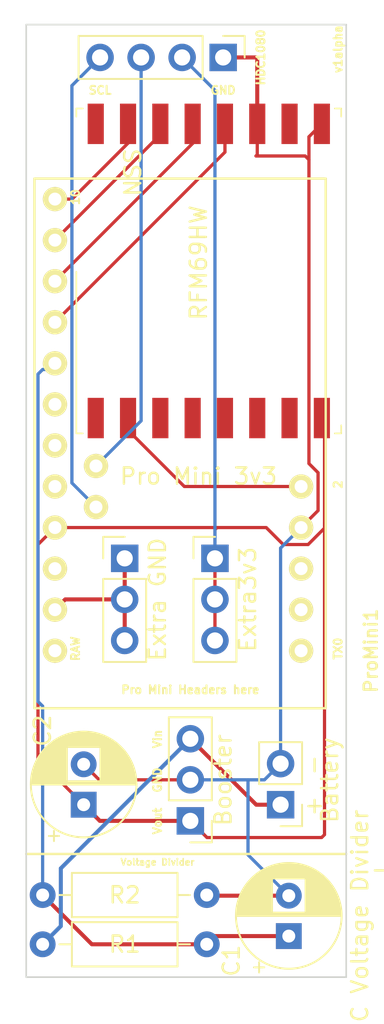
<source format=kicad_pcb>
(kicad_pcb (version 20211014) (generator pcbnew)
  (title_block (date "sam. 04 avril 2015"))
  (layers (0 "F.Cu" signal) (31 "B.Cu" signal) (34 "B.Paste" user) (35 "F.Paste" user) (36 "B.SilkS" user "B.Silkscreen") (37 "F.SilkS" user "F.Silkscreen") (38 "B.Mask" user) (39 "F.Mask" user) (44 "Edge.Cuts" user))
  (net 0 "")
  (net 1 "Net-(C2-Pad1)")
  (net 2 "GND")
  (net 3 "Net-(C1-Pad1)")
  (net 4 "+3V3")
  (net 20 "Net-(ProMini1-PadDI00)")
  (net 22 "Net-(ProMini1-PadMISO)")
  (net 23 "Net-(ProMini1-PadMOSI)")
  (net 24 "Net-(ProMini1-PadNSS)")
  (net 25 "Net-(ProMini1-PadSCK)")
  (net 26 "Net-(HDC1080-Pad3)")
  (net 27 "Net-(HDC1080-Pad4)")
  (net 28 "Net-(ExtraGND1-Pad1)")
  (footprint "RF_Module:HOPERF_RFM69HW" (layer "F.Cu") (at 104.775 66.04 90)
    (fp_text reference "RFM69HW1" hide)
    (fp_text value "RFM69HW")
    (fp_line (start -10.05 -8.2) (end -0.05 -8.2) (layer "F.SilkS") (width 0.1))
    (fp_line (start 10.05 -8.2) (end 10.05 -7.8) (layer "F.SilkS") (width 0.1))
    (fp_line (start -10.05 8.2) (end -9.55 8.2) (layer "F.SilkS") (width 0.1))
    (fp_line (start -10.05 7.8) (end -10.05 8.2) (layer "F.SilkS") (width 0.1))
    (fp_line (start 9.55 -8.2) (end 10.05 -8.2) (layer "F.SilkS") (width 0.1))
    (fp_line (start 9.55 8.2) (end 10.05 8.2) (layer "F.SilkS") (width 0.1))
    (fp_line (start 10.05 7.8) (end 10.05 8.2) (layer "F.SilkS") (width 0.1))
    (fp_line (start -10.05 -8.2) (end -10.05 -7.8) (layer "F.SilkS") (width 0.1))
    (pad "1" smd rect (at -9.1 -7 90) (size 2.5 1) (layers "F.Cu" "F.Paste" "F.Mask"))
    (pad "2" smd rect (at -9.1 -5 90) (size 2.5 1) (layers "F.Cu" "F.Paste" "F.Mask") (net 20 "Net-(ProMini1-PadDI00)"))
    (pad "3" smd rect (at -9.1 -3 90) (size 2.5 1) (layers "F.Cu" "F.Paste" "F.Mask"))
    (pad "4" smd rect (at -9.1 -1 90) (size 2.5 1) (layers "F.Cu" "F.Paste" "F.Mask"))
    (pad "5" smd rect (at -9.1 1 90) (size 2.5 1) (layers "F.Cu" "F.Paste" "F.Mask"))
    (pad "6" smd rect (at -9.1 3 90) (size 2.5 1) (layers "F.Cu" "F.Paste" "F.Mask"))
    (pad "7" smd rect (at -9.1 5 90) (size 2.5 1) (layers "F.Cu" "F.Paste" "F.Mask"))
    (pad "8" smd rect (at -9.1 7 90) (size 2.5 1) (layers "F.Cu" "F.Paste" "F.Mask") (net 1 "Net-(C2-Pad1)"))
    (pad "9" smd rect (at 9.1 7 90) (size 2.5 1) (layers "F.Cu" "F.Paste" "F.Mask") (net 2 "GND"))
    (pad "10" smd rect (at 9.1 5 90) (size 2.5 1) (layers "F.Cu" "F.Paste" "F.Mask"))
    (pad "11" smd rect (at 9.1 3 90) (size 2.5 1) (layers "F.Cu" "F.Paste" "F.Mask") (net 2 "GND"))
    (pad "12" smd rect (at 9.1 1 90) (size 2.5 1) (layers "F.Cu" "F.Paste" "F.Mask") (net 25 "Net-(ProMini1-PadSCK)"))
    (pad "13" smd rect (at 9.1 -1 90) (size 2.5 1) (layers "F.Cu" "F.Paste" "F.Mask") (net 22 "Net-(ProMini1-PadMISO)"))
    (pad "14" smd rect (at 9.1 -3 90) (size 2.5 1) (layers "F.Cu" "F.Paste" "F.Mask") (net 23 "Net-(ProMini1-PadMOSI)"))
    (pad "15" smd rect (at 9.1 -5 90) (size 2.5 1) (layers "F.Cu" "F.Paste" "F.Mask") (net 24 "Net-(ProMini1-PadNSS)"))
    (pad "16" smd rect (at 9.1 -7 90) (size 2.5 1) (layers "F.Cu" "F.Paste" "F.Mask"))
  )
  (footprint "Capacitor_THT:CP_Radial_D6.3mm_P2.50mm" (layer "F.Cu") (at 97.028 99.06 90)
    (fp_text reference "C2" (at 4.572 -2.54 90) (layer "F.SilkS"))
    (fp_text value "C Booster")
    (fp_text user "${REFERENCE}" (at 4.573754 -2.553832 90) (layer "F.SilkS"))
    (fp_line (start 2.011 1.04) (end 2.011 3.141) (layer "F.SilkS") (width 0.12))
    (fp_line (start 1.49 1.04) (end 1.49 3.222) (layer "F.SilkS") (width 0.12))
    (fp_line (start 3.131 -2.636) (end 3.131 -1.04) (layer "F.SilkS") (width 0.12))
    (fp_line (start 3.211 1.04) (end 3.211 2.578) (layer "F.SilkS") (width 0.12))
    (fp_line (start 3.971 -1.776) (end 3.971 1.776) (layer "F.SilkS") (width 0.12))
    (fp_line (start 3.091 1.04) (end 3.091 2.664) (layer "F.SilkS") (width 0.12))
    (fp_line (start 1.77 -3.189) (end 1.77 -1.04) (layer "F.SilkS") (width 0.12))
    (fp_line (start 2.531 1.04) (end 2.531 2.97) (layer "F.SilkS") (width 0.12))
    (fp_line (start 2.611 1.04) (end 2.611 2.934) (layer "F.SilkS") (width 0.12))
    (fp_line (start 2.811 1.04) (end 2.811 2.834) (layer "F.SilkS") (width 0.12))
    (fp_line (start 1.61 -3.211) (end 1.61 -1.04) (layer "F.SilkS") (width 0.12))
    (fp_line (start 3.291 -2.516) (end 3.291 -1.04) (layer "F.SilkS") (width 0.12))
    (fp_line (start 2.651 -2.916) (end 2.651 -1.04) (layer "F.SilkS") (width 0.12))
    (fp_line (start 4.491 -0.402) (end 4.491 0.402) (layer "F.SilkS") (width 0.12))
    (fp_line (start 4.091 -1.581) (end 4.091 1.581) (layer "F.SilkS") (width 0.12))
    (fp_line (start -2.250241 -1.839) (end -1.620241 -1.839) (layer "F.SilkS") (width 0.12))
    (fp_line (start 2.451 -3.002) (end 2.451 -1.04) (layer "F.SilkS") (width 0.12))
    (fp_line (start 3.691 -2.137) (end 3.691 2.137) (layer "F.SilkS") (width 0.12))
    (fp_line (start 2.571 1.04) (end 2.571 2.952) (layer "F.SilkS") (width 0.12))
    (fp_line (start 4.171 -1.432) (end 4.171 1.432) (layer "F.SilkS") (width 0.12))
    (fp_line (start 3.371 1.04) (end 3.371 2.45) (layer "F.SilkS") (width 0.12))
    (fp_line (start 3.051 1.04) (end 3.051 2.69) (layer "F.SilkS") (width 0.12))
    (fp_line (start 3.451 1.04) (end 3.451 2.38) (layer "F.SilkS") (width 0.12))
    (fp_line (start 3.011 -2.716) (end 3.011 -1.04) (layer "F.SilkS") (width 0.12))
    (fp_line (start 1.971 1.04) (end 1.971 3.15) (layer "F.SilkS") (width 0.12))
    (fp_line (start 2.331 -3.047) (end 2.331 -1.04) (layer "F.SilkS") (width 0.12))
    (fp_line (start 1.81 1.04) (end 1.81 3.182) (layer "F.SilkS") (width 0.12))
    (fp_line (start 2.851 -2.812) (end 2.851 -1.04) (layer "F.SilkS") (width 0.12))
    (fp_line (start 4.131 -1.509) (end 4.131 1.509) (layer "F.SilkS") (width 0.12))
    (fp_line (start 1.61 1.04) (end 1.61 3.211) (layer "F.SilkS") (width 0.12))
    (fp_line (start 2.211 -3.086) (end 2.211 -1.04) (layer "F.SilkS") (width 0.12))
    (fp_line (start 2.931 -2.766) (end 2.931 -1.04) (layer "F.SilkS") (width 0.12))
    (fp_line (start 3.051 -2.69) (end 3.051 -1.04) (layer "F.SilkS") (width 0.12))
    (fp_line (start 1.69 1.04) (end 1.69 3.201) (layer "F.SilkS") (width 0.12))
    (fp_line (start 2.091 -3.121) (end 2.091 -1.04) (layer "F.SilkS") (width 0.12))
    (fp_line (start 2.171 1.04) (end 2.171 3.098) (layer "F.SilkS") (width 0.12))
    (fp_line (start 2.131 -3.11) (end 2.131 -1.04) (layer "F.SilkS") (width 0.12))
    (fp_line (start 3.131 1.04) (end 3.131 2.636) (layer "F.SilkS") (width 0.12))
    (fp_line (start 4.211 -1.35) (end 4.211 1.35) (layer "F.SilkS") (width 0.12))
    (fp_line (start 2.131 1.04) (end 2.131 3.11) (layer "F.SilkS") (width 0.12))
    (fp_line (start 4.291 -1.165) (end 4.291 1.165) (layer "F.SilkS") (width 0.12))
    (fp_line (start 2.211 1.04) (end 2.211 3.086) (layer "F.SilkS") (width 0.12))
    (fp_line (start 2.371 1.04) (end 2.371 3.033) (layer "F.SilkS") (width 0.12))
    (fp_line (start 2.811 -2.834) (end 2.811 -1.04) (layer "F.SilkS") (width 0.12))
    (fp_line (start 1.89 -3.167) (end 1.89 -1.04) (layer "F.SilkS") (width 0.12))
    (fp_line (start -1.935241 -2.154) (end -1.935241 -1.524) (layer "F.SilkS") (width 0.12))
    (fp_line (start 2.251 1.04) (end 2.251 3.074) (layer "F.SilkS") (width 0.12))
    (fp_line (start 1.65 -3.206) (end 1.65 -1.04) (layer "F.SilkS") (width 0.12))
    (fp_line (start 3.771 -2.044) (end 3.771 2.044) (layer "F.SilkS") (width 0.12))
    (fp_line (start 3.211 -2.578) (end 3.211 -1.04) (layer "F.SilkS") (width 0.12))
    (fp_line (start 3.011 1.04) (end 3.011 2.716) (layer "F.SilkS") (width 0.12))
    (fp_line (start 1.57 -3.215) (end 1.57 -1.04) (layer "F.SilkS") (width 0.12))
    (fp_line (start 3.931 -1.834) (end 3.931 1.834) (layer "F.SilkS") (width 0.12))
    (fp_line (start 4.051 -1.65) (end 4.051 1.65) (layer "F.SilkS") (width 0.12))
    (fp_line (start 2.051 1.04) (end 2.051 3.131) (layer "F.SilkS") (width 0.12))
    (fp_line (start 2.291 1.04) (end 2.291 3.061) (layer "F.SilkS") (width 0.12))
    (fp_line (start 3.091 -2.664) (end 3.091 -1.04) (layer "F.SilkS") (width 0.12))
    (fp_line (start 3.411 1.04) (end 3.411 2.416) (layer "F.SilkS") (width 0.12))
    (fp_line (start 1.45 -3.224) (end 1.45 3.224) (layer "F.SilkS") (width 0.12))
    (fp_line (start 1.53 -3.218) (end 1.53 -1.04) (layer "F.SilkS") (width 0.12))
    (fp_line (start 3.531 1.04) (end 3.531 2.305) (layer "F.SilkS") (width 0.12))
    (fp_line (start 3.331 1.04) (end 3.331 2.484) (layer "F.SilkS") (width 0.12))
    (fp_line (start 2.531 -2.97) (end 2.531 -1.04) (layer "F.SilkS") (width 0.12))
    (fp_line (start 2.491 1.04) (end 2.491 2.986) (layer "F.SilkS") (width 0.12))
    (fp_line (start 2.091 1.04) (end 2.091 3.121) (layer "F.SilkS") (width 0.12))
    (fp_line (start 2.851 1.04) (end 2.851 2.812) (layer "F.SilkS") (width 0.12))
    (fp_line (start 1.53 1.04) (end 1.53 3.218) (layer "F.SilkS") (width 0.12))
    (fp_line (start 3.411 -2.416) (end 3.411 -1.04) (layer "F.SilkS") (width 0.12))
    (fp_line (start 3.491 -2.343) (end 3.491 -1.04) (layer "F.SilkS") (width 0.12))
    (fp_line (start 3.651 -2.182) (end 3.651 2.182) (layer "F.SilkS") (width 0.12))
    (fp_line (start 1.65 1.04) (end 1.65 3.206) (layer "F.SilkS") (width 0.12))
    (fp_line (start 2.731 1.04) (end 2.731 2.876) (layer "F.SilkS") (width 0.12))
    (fp_line (start 1.85 -3.175) (end 1.85 -1.04) (layer "F.SilkS") (width 0.12))
    (fp_line (start 4.251 -1.262) (end 4.251 1.262) (layer "F.SilkS") (width 0.12))
    (fp_line (start 2.051 -3.131) (end 2.051 -1.04) (layer "F.SilkS") (width 0.12))
    (fp_line (start 1.89 1.04) (end 1.89 3.167) (layer "F.SilkS") (width 0.12))
    (fp_line (start 2.971 -2.742) (end 2.971 -1.04) (layer "F.SilkS") (width 0.12))
    (fp_line (start 3.371 -2.45) (end 3.371 -1.04) (layer "F.SilkS") (width 0.12))
    (fp_line (start 1.33 -3.23) (end 1.33 3.23) (layer "F.SilkS") (width 0.12))
    (fp_line (start 2.171 -3.098) (end 2.171 -1.04) (layer "F.SilkS") (width 0.12))
    (fp_line (start 1.29 -3.23) (end 1.29 3.23) (layer "F.SilkS") (width 0.12))
    (fp_line (start 3.171 1.04) (end 3.171 2.607) (layer "F.SilkS") (width 0.12))
    (fp_line (start 1.73 -3.195) (end 1.73 -1.04) (layer "F.SilkS") (width 0.12))
    (fp_line (start 3.611 -2.224) (end 3.611 2.224) (layer "F.SilkS") (width 0.12))
    (fp_line (start 1.971 -3.15) (end 1.971 -1.04) (layer "F.SilkS") (width 0.12))
    (fp_line (start 3.291 1.04) (end 3.291 2.516) (layer "F.SilkS") (width 0.12))
    (fp_line (start 3.891 -1.89) (end 3.891 1.89) (layer "F.SilkS") (width 0.12))
    (fp_line (start 2.411 -3.018) (end 2.411 -1.04) (layer "F.SilkS") (width 0.12))
    (fp_line (start 1.77 1.04) (end 1.77 3.189) (layer "F.SilkS") (width 0.12))
    (fp_line (start 2.971 1.04) (end 2.971 2.742) (layer "F.SilkS") (width 0.12))
    (fp_line (start 1.69 -3.201) (end 1.69 -1.04) (layer "F.SilkS") (width 0.12))
    (fp_line (start 2.491 -2.986) (end 2.491 -1.04) (layer "F.SilkS") (width 0.12))
    (fp_line (start 1.93 1.04) (end 1.93 3.159) (layer "F.SilkS") (width 0.12))
    (fp_line (start 2.891 -2.79) (end 2.891 -1.04) (layer "F.SilkS") (width 0.12))
    (fp_line (start 3.331 -2.484) (end 3.331 -1.04) (layer "F.SilkS") (width 0.12))
    (fp_line (start 4.451 -0.633) (end 4.451 0.633) (layer "F.SilkS") (width 0.12))
    (fp_line (start 1.81 -3.182) (end 1.81 -1.04) (layer "F.SilkS") (width 0.12))
    (fp_line (start 2.731 -2.876) (end 2.731 -1.04) (layer "F.SilkS") (width 0.12))
    (fp_line (start 1.25 -3.23) (end 1.25 3.23) (layer "F.SilkS") (width 0.12))
    (fp_line (start 3.171 -2.607) (end 3.171 -1.04) (layer "F.SilkS") (width 0.12))
    (fp_line (start 2.691 1.04) (end 2.691 2.896) (layer "F.SilkS") (width 0.12))
    (fp_line (start 2.331 1.04) (end 2.331 3.047) (layer "F.SilkS") (width 0.12))
    (fp_line (start 3.491 1.04) (end 3.491 2.343) (layer "F.SilkS") (width 0.12))
    (fp_line (start 1.93 -3.159) (end 1.93 -1.04) (layer "F.SilkS") (width 0.12))
    (fp_line (start 3.571 -2.265) (end 3.571 2.265) (layer "F.SilkS") (width 0.12))
    (fp_line (start 2.611 -2.934) (end 2.611 -1.04) (layer "F.SilkS") (width 0.12))
    (fp_line (start 3.851 -1.944) (end 3.851 1.944) (layer "F.SilkS") (width 0.12))
    (fp_line (start 1.37 -3.228) (end 1.37 3.228) (layer "F.SilkS") (width 0.12))
    (fp_line (start 2.291 -3.061) (end 2.291 -1.04) (layer "F.SilkS") (width 0.12))
    (fp_line (start 4.331 -1.059) (end 4.331 1.059) (layer "F.SilkS") (width 0.12))
    (fp_line (start 2.771 -2.856) (end 2.771 -1.04) (layer "F.SilkS") (width 0.12))
    (fp_line (start 3.251 -2.548) (end 3.251 -1.04) (layer "F.SilkS") (width 0.12))
    (fp_line (start 1.73 1.04) (end 1.73 3.195) (layer "F.SilkS") (width 0.12))
    (fp_line (start 2.451 1.04) (end 2.451 3.002) (layer "F.SilkS") (width 0.12))
    (fp_line (start 2.411 1.04) (end 2.411 3.018) (layer "F.SilkS") (width 0.12))
    (fp_line (start 3.251 1.04) (end 3.251 2.548) (layer "F.SilkS") (width 0.12))
    (fp_line (start 2.651 1.04) (end 2.651 2.916) (layer "F.SilkS") (width 0.12))
    (fp_line (start 1.85 1.04) (end 1.85 3.175) (layer "F.SilkS") (width 0.12))
    (fp_line (start 3.811 -1.995) (end 3.811 1.995) (layer "F.SilkS") (width 0.12))
    (fp_line (start 2.691 -2.896) (end 2.691 -1.04) (layer "F.SilkS") (width 0.12))
    (fp_line (start 4.011 -1.714) (end 4.011 1.714) (layer "F.SilkS") (width 0.12))
    (fp_line (start 1.49 -3.222) (end 1.49 -1.04) (layer "F.SilkS") (width 0.12))
    (fp_line (start 2.011 -3.141) (end 2.011 -1.04) (layer "F.SilkS") (width 0.12))
    (fp_line (start 4.371 -0.94) (end 4.371 0.94) (layer "F.SilkS") (width 0.12))
    (fp_line (start 2.251 -3.074) (end 2.251 -1.04) (layer "F.SilkS") (width 0.12))
    (fp_line (start 2.771 1.04) (end 2.771 2.856) (layer "F.SilkS") (width 0.12))
    (fp_line (start 3.731 -2.092) (end 3.731 2.092) (layer "F.SilkS") (width 0.12))
    (fp_line (start 3.531 -2.305) (end 3.531 -1.04) (layer "F.SilkS") (width 0.12))
    (fp_line (start 1.41 -3.227) (end 1.41 3.227) (layer "F.SilkS") (width 0.12))
    (fp_line (start 2.371 -3.033) (end 2.371 -1.04) (layer "F.SilkS") (width 0.12))
    (fp_line (start 3.451 -2.38) (end 3.451 -1.04) (layer "F.SilkS") (width 0.12))
    (fp_line (start 1.57 1.04) (end 1.57 3.215) (layer "F.SilkS") (width 0.12))
    (fp_line (start 2.931 1.04) (end 2.931 2.766) (layer "F.SilkS") (width 0.12))
    (fp_line (start 2.571 -2.952) (end 2.571 -1.04) (layer "F.SilkS") (width 0.12))
    (fp_line (start 2.891 1.04) (end 2.891 2.79) (layer "F.SilkS") (width 0.12))
    (fp_line (start 4.411 -0.802) (end 4.411 0.802) (layer "F.SilkS") (width 0.12))
    (fp_circle (center 1.25 0) (end 4.52 0) (layer "F.SilkS") (width 0.12) (fill none))
    (pad "1" thru_hole rect (at 0 0 90) (size 1.6 1.6) (drill 0.8) (layers *.Cu *.Mask) (net 1 "Net-(C2-Pad1)"))
    (pad "2" thru_hole circle (at 2.5 0 90) (size 1.6 1.6) (drill 0.8) (layers *.Cu *.Mask) (net 2 "GND"))
  )
  (footprint "Connector_PinHeader_2.54mm:PinHeader_1x03_P2.54mm_Vertical" (layer "F.Cu") (at 103.632 100.061 180)
    (fp_text reference "Booster1" hide)
    (fp_text value "Booster Pins")
    (fp_line (start -1.33 1.27) (end -1.33 6.41) (layer "F.SilkS") (width 0.12))
    (fp_line (start -1.33 1.27) (end 1.33 1.27) (layer "F.SilkS") (width 0.12))
    (fp_line (start 1.33 1.27) (end 1.33 6.41) (layer "F.SilkS") (width 0.12))
    (fp_line (start -1.33 6.41) (end 1.33 6.41) (layer "F.SilkS") (width 0.12))
    (fp_line (start -1.33 0) (end -1.33 -1.33) (layer "F.SilkS") (width 0.12))
    (fp_line (start -1.33 -1.33) (end 0 -1.33) (layer "F.SilkS") (width 0.12))
    (pad "1" thru_hole rect (at 0 0 180) (size 1.7 1.7) (drill 1) (layers *.Cu *.Mask) (net 1 "Net-(C2-Pad1)"))
    (pad "2" thru_hole oval (at 0 2.54 180) (size 1.7 1.7) (drill 1) (layers *.Cu *.Mask) (net 2 "GND"))
    (pad "3" thru_hole oval (at 0 5.08 180) (size 1.7 1.7) (drill 1) (layers *.Cu *.Mask) (net 4 "+3V3"))
  )
  (footprint "Connector_PinHeader_2.54mm:PinHeader_1x02_P2.54mm_Vertical" (layer "F.Cu") (at 109.22 99.06 180)
    (fp_text reference "J2" hide)
    (fp_text value "Battery")
    (fp_line (start -1.33 3.87) (end 1.33 3.87) (layer "F.SilkS") (width 0.12))
    (fp_line (start -1.33 1.27) (end -1.33 3.87) (layer "F.SilkS") (width 0.12))
    (fp_line (start 1.33 1.27) (end 1.33 3.87) (layer "F.SilkS") (width 0.12))
    (fp_line (start -1.33 0) (end -1.33 -1.33) (layer "F.SilkS") (width 0.12))
    (fp_line (start -1.33 1.27) (end 1.33 1.27) (layer "F.SilkS") (width 0.12))
    (fp_line (start -1.33 -1.33) (end 0 -1.33) (layer "F.SilkS") (width 0.12))
    (pad "1" thru_hole rect (at 0 0 180) (size 1.7 1.7) (drill 1) (layers *.Cu *.Mask) (net 4 "+3V3"))
    (pad "2" thru_hole oval (at 0 2.54 180) (size 1.7 1.7) (drill 1) (layers *.Cu *.Mask) (net 2 "GND"))
  )
  (footprint "Resistor_THT:R_Axial_DIN0207_L6.3mm_D2.5mm_P10.16mm_Horizontal" (layer "F.Cu") (at 94.488 107.696)
    (fp_text reference "R1" (at 5.08 0) (layer "F.SilkS"))
    (fp_text value "R1")
    (fp_line (start 1.81 -1.37) (end 1.81 1.37) (layer "F.SilkS") (width 0.12))
    (fp_line (start 8.35 -1.37) (end 1.81 -1.37) (layer "F.SilkS") (width 0.12))
    (fp_line (start 1.81 1.37) (end 8.35 1.37) (layer "F.SilkS") (width 0.12))
    (fp_line (start 9.12 0) (end 8.35 0) (layer "F.SilkS") (width 0.12))
    (fp_line (start 8.35 1.37) (end 8.35 -1.37) (layer "F.SilkS") (width 0.12))
    (fp_line (start 1.04 0) (end 1.81 0) (layer "F.SilkS") (width 0.12))
    (pad "1" thru_hole circle (at 0 0) (size 1.6 1.6) (drill 0.8) (layers *.Cu *.Mask) (net 4 "+3V3"))
    (pad "2" thru_hole oval (at 10.16 0) (size 1.6 1.6) (drill 0.8) (layers *.Cu *.Mask) (net 3 "Net-(C1-Pad1)"))
  )
  (footprint "Connector_PinHeader_2.54mm:PinHeader_1x03_P2.54mm_Vertical" (layer "F.Cu") (at 105.156 83.82)
    (fp_text reference "Extra3v3" (at 2.032 2.54 90) (layer "F.SilkS"))
    (fp_text value "Conn_01x03_Female")
    (fp_line (start -1.33 1.27) (end 1.33 1.27) (layer "F.SilkS") (width 0.12))
    (fp_line (start -1.33 0) (end -1.33 -1.33) (layer "F.SilkS") (width 0.12))
    (fp_line (start 1.33 1.27) (end 1.33 6.41) (layer "F.SilkS") (width 0.12))
    (fp_line (start -1.33 1.27) (end -1.33 6.41) (layer "F.SilkS") (width 0.12))
    (fp_line (start -1.33 -1.33) (end 0 -1.33) (layer "F.SilkS") (width 0.12))
    (fp_line (start -1.33 6.41) (end 1.33 6.41) (layer "F.SilkS") (width 0.12))
    (pad "1" thru_hole rect (at 0 0) (size 1.7 1.7) (drill 1) (layers *.Cu *.Mask) (net 1 "Net-(C2-Pad1)"))
    (pad "2" thru_hole oval (at 0 2.54) (size 1.7 1.7) (drill 1) (layers *.Cu *.Mask) (net 1 "Net-(C2-Pad1)"))
    (pad "3" thru_hole oval (at 0 5.08) (size 1.7 1.7) (drill 1) (layers *.Cu *.Mask) (net 1 "Net-(C2-Pad1)"))
  )
  (footprint "Connector_PinHeader_2.54mm:PinHeader_1x04_P2.54mm_Vertical" (layer "F.Cu") (at 105.664 52.832 -90)
    (fp_text reference "HDC1080" (at 0 -2.33 -90) (layer "F.SilkS") (effects (font (size 0.5 0.5) (thickness 0.125))))
    (fp_text value "HDC1080")
    (fp_line (start 1.33 1.27) (end 1.33 8.95) (layer "F.SilkS") (width 0.12))
    (fp_line (start -1.33 8.95) (end 1.33 8.95) (layer "F.SilkS") (width 0.12))
    (fp_line (start -1.33 0) (end -1.33 -1.33) (layer "F.SilkS") (width 0.12))
    (fp_line (start -1.33 1.27) (end 1.33 1.27) (layer "F.SilkS") (width 0.12))
    (fp_line (start -1.33 -1.33) (end 0 -1.33) (layer "F.SilkS") (width 0.12))
    (fp_line (start -1.33 1.27) (end -1.33 8.95) (layer "F.SilkS") (width 0.12))
    (pad "1" thru_hole rect (at 0 0 270) (size 1.7 1.7) (drill 1) (layers *.Cu *.Mask) (net 2 "GND"))
    (pad "2" thru_hole oval (at 0 2.54 270) (size 1.7 1.7) (drill 1) (layers *.Cu *.Mask) (net 1 "Net-(C2-Pad1)"))
    (pad "3" thru_hole oval (at 0 5.08 270) (size 1.7 1.7) (drill 1) (layers *.Cu *.Mask) (net 26 "Net-(HDC1080-Pad3)"))
    (pad "4" thru_hole oval (at 0 7.62 270) (size 1.7 1.7) (drill 1) (layers *.Cu *.Mask) (net 27 "Net-(HDC1080-Pad4)"))
  )
  (footprint "Resistor_THT:R_Axial_DIN0207_L6.3mm_D2.5mm_P10.16mm_Horizontal" (layer "F.Cu") (at 94.488 104.648)
    (fp_text reference "R2" (at 5.08 0) (layer "F.SilkS"))
    (fp_text value "R2")
    (fp_line (start 1.81 1.37) (end 8.35 1.37) (layer "F.SilkS") (width 0.12))
    (fp_line (start 8.35 1.37) (end 8.35 -1.37) (layer "F.SilkS") (width 0.12))
    (fp_line (start 9.12 0) (end 8.35 0) (layer "F.SilkS") (width 0.12))
    (fp_line (start 1.81 -1.37) (end 1.81 1.37) (layer "F.SilkS") (width 0.12))
    (fp_line (start 8.35 -1.37) (end 1.81 -1.37) (layer "F.SilkS") (width 0.12))
    (fp_line (start 1.04 0) (end 1.81 0) (layer "F.SilkS") (width 0.12))
    (pad "1" thru_hole circle (at 0 0) (size 1.6 1.6) (drill 0.8) (layers *.Cu *.Mask) (net 3 "Net-(C1-Pad1)"))
    (pad "2" thru_hole oval (at 10.16 0) (size 1.6 1.6) (drill 0.8) (layers *.Cu *.Mask) (net 2 "GND"))
  )
  (footprint "Capacitor_THT:CP_Radial_D6.3mm_P2.50mm" (layer "F.Cu") (at 109.728 107.188 90)
    (fp_text reference "C1" (at -1.524 -3.556 90) (layer "F.SilkS"))
    (fp_text value "C Voltage Divider" (at 1.25 4.4 90) (layer "F.SilkS"))
    (fp_line (start 3.251 -2.548) (end 3.251 -1.04) (layer "F.SilkS") (width 0.12))
    (fp_line (start 3.571 -2.265) (end 3.571 2.265) (layer "F.SilkS") (width 0.12))
    (fp_line (start 1.49 -3.222) (end 1.49 -1.04) (layer "F.SilkS") (width 0.12))
    (fp_line (start 3.371 1.04) (end 3.371 2.45) (layer "F.SilkS") (width 0.12))
    (fp_line (start 2.611 -2.934) (end 2.611 -1.04) (layer "F.SilkS") (width 0.12))
    (fp_line (start 1.971 1.04) (end 1.971 3.15) (layer "F.SilkS") (width 0.12))
    (fp_line (start 2.571 1.04) (end 2.571 2.952) (layer "F.SilkS") (width 0.12))
    (fp_line (start 4.211 -1.35) (end 4.211 1.35) (layer "F.SilkS") (width 0.12))
    (fp_line (start 3.331 1.04) (end 3.331 2.484) (layer "F.SilkS") (width 0.12))
    (fp_line (start 4.371 -0.94) (end 4.371 0.94) (layer "F.SilkS") (width 0.12))
    (fp_line (start 2.651 1.04) (end 2.651 2.916) (layer "F.SilkS") (width 0.12))
    (fp_line (start 1.29 -3.23) (end 1.29 3.23) (layer "F.SilkS") (width 0.12))
    (fp_line (start 3.291 -2.516) (end 3.291 -1.04) (layer "F.SilkS") (width 0.12))
    (fp_line (start 3.491 1.04) (end 3.491 2.343) (layer "F.SilkS") (width 0.12))
    (fp_line (start 1.77 -3.189) (end 1.77 -1.04) (layer "F.SilkS") (width 0.12))
    (fp_line (start 2.331 1.04) (end 2.331 3.047) (layer "F.SilkS") (width 0.12))
    (fp_line (start 3.291 1.04) (end 3.291 2.516) (layer "F.SilkS") (width 0.12))
    (fp_line (start 2.211 1.04) (end 2.211 3.086) (layer "F.SilkS") (width 0.12))
    (fp_line (start 3.811 -1.995) (end 3.811 1.995) (layer "F.SilkS") (width 0.12))
    (fp_line (start 3.931 -1.834) (end 3.931 1.834) (layer "F.SilkS") (width 0.12))
    (fp_line (start 4.131 -1.509) (end 4.131 1.509) (layer "F.SilkS") (width 0.12))
    (fp_line (start 1.971 -3.15) (end 1.971 -1.04) (layer "F.SilkS") (width 0.12))
    (fp_line (start 3.891 -1.89) (end 3.891 1.89) (layer "F.SilkS") (width 0.12))
    (fp_line (start 2.051 1.04) (end 2.051 3.131) (layer "F.SilkS") (width 0.12))
    (fp_line (start 1.65 -3.206) (end 1.65 -1.04) (layer "F.SilkS") (width 0.12))
    (fp_line (start 2.371 1.04) (end 2.371 3.033) (layer "F.SilkS") (width 0.12))
    (fp_line (start 2.971 1.04) (end 2.971 2.742) (layer "F.SilkS") (width 0.12))
    (fp_line (start 1.81 1.04) (end 1.81 3.182) (layer "F.SilkS") (width 0.12))
    (fp_line (start 2.131 1.04) (end 2.131 3.11) (layer "F.SilkS") (width 0.12))
    (fp_line (start 1.37 -3.228) (end 1.37 3.228) (layer "F.SilkS") (width 0.12))
    (fp_line (start 1.85 1.04) (end 1.85 3.175) (layer "F.SilkS") (width 0.12))
    (fp_line (start 2.011 -3.141) (end 2.011 -1.04) (layer "F.SilkS") (width 0.12))
    (fp_line (start 2.011 1.04) (end 2.011 3.141) (layer "F.SilkS") (width 0.12))
    (fp_line (start 3.651 -2.182) (end 3.651 2.182) (layer "F.SilkS") (width 0.12))
    (fp_line (start 2.731 1.04) (end 2.731 2.876) (layer "F.SilkS") (width 0.12))
    (fp_line (start 3.211 1.04) (end 3.211 2.578) (layer "F.SilkS") (width 0.12))
    (fp_line (start 3.131 -2.636) (end 3.131 -1.04) (layer "F.SilkS") (width 0.12))
    (fp_line (start 1.81 -3.182) (end 1.81 -1.04) (layer "F.SilkS") (width 0.12))
    (fp_line (start 1.69 -3.201) (end 1.69 -1.04) (layer "F.SilkS") (width 0.12))
    (fp_line (start 1.41 -3.227) (end 1.41 3.227) (layer "F.SilkS") (width 0.12))
    (fp_line (start 1.69 1.04) (end 1.69 3.201) (layer "F.SilkS") (width 0.12))
    (fp_line (start 2.371 -3.033) (end 2.371 -1.04) (layer "F.SilkS") (width 0.12))
    (fp_line (start 3.451 1.04) (end 3.451 2.38) (layer "F.SilkS") (width 0.12))
    (fp_line (start 3.491 -2.343) (end 3.491 -1.04) (layer "F.SilkS") (width 0.12))
    (fp_line (start 3.411 1.04) (end 3.411 2.416) (layer "F.SilkS") (width 0.12))
    (fp_line (start 2.851 1.04) (end 2.851 2.812) (layer "F.SilkS") (width 0.12))
    (fp_line (start 4.291 -1.165) (end 4.291 1.165) (layer "F.SilkS") (width 0.12))
    (fp_line (start 3.051 -2.69) (end 3.051 -1.04) (layer "F.SilkS") (width 0.12))
    (fp_line (start 2.131 -3.11) (end 2.131 -1.04) (layer "F.SilkS") (width 0.12))
    (fp_line (start 2.651 -2.916) (end 2.651 -1.04) (layer "F.SilkS") (width 0.12))
    (fp_line (start 2.931 -2.766) (end 2.931 -1.04) (layer "F.SilkS") (width 0.12))
    (fp_line (start 3.091 -2.664) (end 3.091 -1.04) (layer "F.SilkS") (width 0.12))
    (fp_line (start 2.891 1.04) (end 2.891 2.79) (layer "F.SilkS") (width 0.12))
    (fp_line (start 4.251 -1.262) (end 4.251 1.262) (layer "F.SilkS") (width 0.12))
    (fp_line (start 1.49 1.04) (end 1.49 3.222) (layer "F.SilkS") (width 0.12))
    (fp_line (start 2.931 1.04) (end 2.931 2.766) (layer "F.SilkS") (width 0.12))
    (fp_line (start 2.411 1.04) (end 2.411 3.018) (layer "F.SilkS") (width 0.12))
    (fp_line (start 1.93 -3.159) (end 1.93 -1.04) (layer "F.SilkS") (width 0.12))
    (fp_line (start 1.73 1.04) (end 1.73 3.195) (layer "F.SilkS") (width 0.12))
    (fp_line (start 2.571 -2.952) (end 2.571 -1.04) (layer "F.SilkS") (width 0.12))
    (fp_line (start 3.011 -2.716) (end 3.011 -1.04) (layer "F.SilkS") (width 0.12))
    (fp_line (start 1.61 1.04) (end 1.61 3.211) (layer "F.SilkS") (width 0.12))
    (fp_line (start 3.611 -2.224) (end 3.611 2.224) (layer "F.SilkS") (width 0.12))
    (fp_line (start 2.171 -3.098) (end 2.171 -1.04) (layer "F.SilkS") (width 0.12))
    (fp_line (start 4.411 -0.802) (end 4.411 0.802) (layer "F.SilkS") (width 0.12))
    (fp_line (start 1.57 -3.215) (end 1.57 -1.04) (layer "F.SilkS") (width 0.12))
    (fp_line (start 2.451 -3.002) (end 2.451 -1.04) (layer "F.SilkS") (width 0.12))
    (fp_line (start 3.211 -2.578) (end 3.211 -1.04) (layer "F.SilkS") (width 0.12))
    (fp_line (start 1.61 -3.211) (end 1.61 -1.04) (layer "F.SilkS") (width 0.12))
    (fp_line (start 1.65 1.04) (end 1.65 3.206) (layer "F.SilkS") (width 0.12))
    (fp_line (start 1.85 -3.175) (end 1.85 -1.04) (layer "F.SilkS") (width 0.12))
    (fp_line (start 1.89 -3.167) (end 1.89 -1.04) (layer "F.SilkS") (width 0.12))
    (fp_line (start 1.57 1.04) (end 1.57 3.215) (layer "F.SilkS") (width 0.12))
    (fp_line (start 2.251 1.04) (end 2.251 3.074) (layer "F.SilkS") (width 0.12))
    (fp_line (start 1.73 -3.195) (end 1.73 -1.04) (layer "F.SilkS") (width 0.12))
    (fp_line (start 3.531 -2.305) (end 3.531 -1.04) (layer "F.SilkS") (width 0.12))
    (fp_line (start 4.091 -1.581) (end 4.091 1.581) (layer "F.SilkS") (width 0.12))
    (fp_line (start 3.851 -1.944) (end 3.851 1.944) (layer "F.SilkS") (width 0.12))
    (fp_line (start 2.851 -2.812) (end 2.851 -1.04) (layer "F.SilkS") (width 0.12))
    (fp_line (start 3.251 1.04) (end 3.251 2.548) (layer "F.SilkS") (width 0.12))
    (fp_line (start 2.331 -3.047) (end 2.331 -1.04) (layer "F.SilkS") (width 0.12))
    (fp_line (start 1.45 -3.224) (end 1.45 3.224) (layer "F.SilkS") (width 0.12))
    (fp_line (start 3.451 -2.38) (end 3.451 -1.04) (layer "F.SilkS") (width 0.12))
    (fp_line (start 2.491 1.04) (end 2.491 2.986) (layer "F.SilkS") (width 0.12))
    (fp_line (start 4.491 -0.402) (end 4.491 0.402) (layer "F.SilkS") (width 0.12))
    (fp_line (start 3.731 -2.092) (end 3.731 2.092) (layer "F.SilkS") (width 0.12))
    (fp_line (start 1.89 1.04) (end 1.89 3.167) (layer "F.SilkS") (width 0.12))
    (fp_line (start 2.771 1.04) (end 2.771 2.856) (layer "F.SilkS") (width 0.12))
    (fp_line (start 2.411 -3.018) (end 2.411 -1.04) (layer "F.SilkS") (width 0.12))
    (fp_line (start 2.491 -2.986) (end 2.491 -1.04) (layer "F.SilkS") (width 0.12))
    (fp_line (start 4.171 -1.432) (end 4.171 1.432) (layer "F.SilkS") (width 0.12))
    (fp_line (start 1.53 1.04) (end 1.53 3.218) (layer "F.SilkS") (width 0.12))
    (fp_line (start 3.691 -2.137) (end 3.691 2.137) (layer "F.SilkS") (width 0.12))
    (fp_line (start 3.531 1.04) (end 3.531 2.305) (layer "F.SilkS") (width 0.12))
    (fp_line (start 2.091 -3.121) (end 2.091 -1.04) (layer "F.SilkS") (width 0.12))
    (fp_line (start 2.451 1.04) (end 2.451 3.002) (layer "F.SilkS") (width 0.12))
    (fp_line (start 4.331 -1.059) (end 4.331 1.059) (layer "F.SilkS") (width 0.12))
    (fp_line (start 3.371 -2.45) (end 3.371 -1.04) (layer "F.SilkS") (width 0.12))
    (fp_line (start 2.211 -3.086) (end 2.211 -1.04) (layer "F.SilkS") (width 0.12))
    (fp_line (start 2.691 1.04) (end 2.691 2.896) (layer "F.SilkS") (width 0.12))
    (fp_line (start 3.411 -2.416) (end 3.411 -1.04) (layer "F.SilkS") (width 0.12))
    (fp_line (start 3.331 -2.484) (end 3.331 -1.04) (layer "F.SilkS") (width 0.12))
    (fp_line (start 2.891 -2.79) (end 2.891 -1.04) (layer "F.SilkS") (width 0.12))
    (fp_line (start 3.171 1.04) (end 3.171 2.607) (layer "F.SilkS") (width 0.12))
    (fp_line (start 4.011 -1.714) (end 4.011 1.714) (layer "F.SilkS") (width 0.12))
    (fp_line (start 2.691 -2.896) (end 2.691 -1.04) (layer "F.SilkS") (width 0.12))
    (fp_line (start 2.171 1.04) (end 2.171 3.098) (layer "F.SilkS") (width 0.12))
    (fp_line (start 4.451 -0.633) (end 4.451 0.633) (layer "F.SilkS") (width 0.12))
    (fp_line (start -2.250241 -1.839) (end -1.620241 -1.839) (layer "F.SilkS") (width 0.12))
    (fp_line (start 3.091 1.04) (end 3.091 2.664) (layer "F.SilkS") (width 0.12))
    (fp_line (start 2.811 1.04) (end 2.811 2.834) (layer "F.SilkS") (width 0.12))
    (fp_line (start 3.171 -2.607) (end 3.171 -1.04) (layer "F.SilkS") (width 0.12))
    (fp_line (start 2.731 -2.876) (end 2.731 -1.04) (layer "F.SilkS") (width 0.12))
    (fp_line (start 4.051 -1.65) (end 4.051 1.65) (layer "F.SilkS") (width 0.12))
    (fp_line (start 1.77 1.04) (end 1.77 3.189) (layer "F.SilkS") (width 0.12))
    (fp_line (start 1.33 -3.23) (end 1.33 3.23) (layer "F.SilkS") (width 0.12))
    (fp_line (start 2.971 -2.742) (end 2.971 -1.04) (layer "F.SilkS") (width 0.12))
    (fp_line (start 2.811 -2.834) (end 2.811 -1.04) (layer "F.SilkS") (width 0.12))
    (fp_line (start 1.25 -3.23) (end 1.25 3.23) (layer "F.SilkS") (width 0.12))
    (fp_line (start 2.291 -3.061) (end 2.291 -1.04) (layer "F.SilkS") (width 0.12))
    (fp_line (start 3.971 -1.776) (end 3.971 1.776) (layer "F.SilkS") (width 0.12))
    (fp_line (start 3.051 1.04) (end 3.051 2.69) (layer "F.SilkS") (width 0.12))
    (fp_line (start 3.771 -2.044) (end 3.771 2.044) (layer "F.SilkS") (width 0.12))
    (fp_line (start 2.531 1.04) (end 2.531 2.97) (layer "F.SilkS") (width 0.12))
    (fp_line (start 3.011 1.04) (end 3.011 2.716) (layer "F.SilkS") (width 0.12))
    (fp_line (start 3.131 1.04) (end 3.131 2.636) (layer "F.SilkS") (width 0.12))
    (fp_line (start 1.53 -3.218) (end 1.53 -1.04) (layer "F.SilkS") (width 0.12))
    (fp_line (start 2.051 -3.131) (end 2.051 -1.04) (layer "F.SilkS") (width 0.12))
    (fp_line (start 1.93 1.04) (end 1.93 3.159) (layer "F.SilkS") (width 0.12))
    (fp_line (start 2.611 1.04) (end 2.611 2.934) (layer "F.SilkS") (width 0.12))
    (fp_line (start 2.091 1.04) (end 2.091 3.121) (layer "F.SilkS") (width 0.12))
    (fp_line (start 2.531 -2.97) (end 2.531 -1.04) (layer "F.SilkS") (width 0.12))
    (fp_line (start -1.935241 -2.154) (end -1.935241 -1.524) (layer "F.SilkS") (width 0.12))
    (fp_line (start 2.771 -2.856) (end 2.771 -1.04) (layer "F.SilkS") (width 0.12))
    (fp_line (start 2.251 -3.074) (end 2.251 -1.04) (layer "F.SilkS") (width 0.12))
    (fp_line (start 2.291 1.04) (end 2.291 3.061) (layer "F.SilkS") (width 0.12))
    (fp_circle (center 1.25 0) (end 4.52 0) (layer "F.SilkS") (width 0.12) (fill none))
    (pad "1" thru_hole rect (at 0 0 90) (size 1.6 1.6) (drill 0.8) (layers *.Cu *.Mask) (net 3 "Net-(C1-Pad1)"))
    (pad "2" thru_hole circle (at 2.5 0 90) (size 1.6 1.6) (drill 0.8) (layers *.Cu *.Mask) (net 2 "GND"))
  )
  (footprint "footprints:pro_mini_rfmshield" (layer "F.Cu") (at 102.87 75.565)
    (fp_text reference "ProMini1" (at 11.938 13.97 90) (layer "F.SilkS") (effects (font (size 0.8 0.8) (thickness 0.16))))
    (fp_text value "rfmshield_pro_mini_pins" hide)
    (fp_text user "Pro Mini 3v3" (at 1.27 3.175 unlocked) (layer "F.SilkS"))
    (fp_line (start 9.144 -15.24) (end -8.89 -15.24) (layer "F.SilkS") (width 0.15))
    (fp_line (start -8.89 17.526) (end -8.89 -15.24) (layer "F.SilkS") (width 0.15))
    (fp_line (start 9.144 -15.24) (end 9.144 17.526) (layer "F.SilkS") (width 0.15))
    (fp_line (start -8.89 17.526) (end 9.144 17.526) (layer "F.SilkS") (width 0.15))
    (pad "1" thru_hole circle (at 7.62 13.97 90) (size 1.50114 1.50114) (drill 0.8001) (layers *.Cu *.Mask "F.SilkS"))
    (pad "2" thru_hole circle (at 7.62 11.43 90) (size 1.50114 1.50114) (drill 0.8001) (layers *.Cu *.Mask "F.SilkS"))
    (pad "3" thru_hole circle (at 7.62 8.89 90) (size 1.50114 1.50114) (drill 0.8001) (layers *.Cu *.Mask "F.SilkS"))
    (pad "18" thru_hole circle (at -7.62 -1.27 90) (size 1.50114 1.50114) (drill 0.8001) (layers *.Cu *.Mask "F.SilkS"))
    (pad "19" thru_hole circle (at -7.62 1.27 90) (size 1.50114 1.50114) (drill 0.8001) (layers *.Cu *.Mask "F.SilkS"))
    (pad "20" thru_hole circle (at -7.62 3.81 90) (size 1.50114 1.50114) (drill 0.8001) (layers *.Cu *.Mask "F.SilkS"))
    (pad "22" thru_hole circle (at -7.62 8.89 90) (size 1.50114 1.50114) (drill 0.8001) (layers *.Cu *.Mask "F.SilkS"))
    (pad "DI00" thru_hole circle (at 7.62 3.81 90) (size 1.50114 1.50114) (drill 0.8001) (layers *.Cu *.Mask "F.SilkS") (net 20 "Net-(ProMini1-PadDI00)"))
    (pad "GND1" thru_hole circle (at 7.62 6.35 90) (size 1.50114 1.50114) (drill 0.8001) (layers *.Cu *.Mask "F.SilkS") (net 2 "GND"))
    (pad "GND2" thru_hole circle (at -7.62 11.43 90) (size 1.50114 1.50114) (drill 0.8001) (layers *.Cu *.Mask "F.SilkS") (net 28 "Net-(ExtraGND1-Pad1)"))
    (pad "MISO" thru_hole circle (at -7.62 -8.89 90) (size 1.50114 1.50114) (drill 0.8001) (layers *.Cu *.Mask "F.SilkS") (net 22 "Net-(ProMini1-PadMISO)"))
    (pad "MOSI" thru_hole circle (at -7.62 -11.43 90) (size 1.50114 1.50114) (drill 0.8001) (layers *.Cu *.Mask "F.SilkS") (net 23 "Net-(ProMini1-PadMOSI)"))
    (pad "NSS" thru_hole circle (at -7.62 -13.97 90) (size 1.50114 1.50114) (drill 0.8001) (layers *.Cu *.Mask "F.SilkS") (net 24 "Net-(ProMini1-PadNSS)"))
    (pad "RAW" thru_hole circle (at -7.62 13.97 90) (size 1.50114 1.50114) (drill 0.8001) (layers *.Cu *.Mask "F.SilkS"))
    (pad "SCK" thru_hole circle (at -7.62 -6.35 90) (size 1.50114 1.50114) (drill 0.8001) (layers *.Cu *.Mask "F.SilkS") (net 25 "Net-(ProMini1-PadSCK)"))
    (pad "SCL" thru_hole circle (at -5.08 5.08 90) (size 1.50114 1.50114) (drill 0.8001) (layers *.Cu *.Mask "F.SilkS") (net 27 "Net-(HDC1080-Pad4)"))
    (pad "SDA" thru_hole circle (at -5.08 2.54 90) (size 1.50114 1.50114) (drill 0.8001) (layers *.Cu *.Mask "F.SilkS") (net 26 "Net-(HDC1080-Pad3)"))
    (pad "VCC" thru_hole circle (at -7.62 6.35 90) (size 1.50114 1.50114) (drill 0.8001) (layers *.Cu *.Mask "F.SilkS") (net 1 "Net-(C2-Pad1)"))
    (pad "VolDiv" thru_hole circle (at -7.62 -3.81 90) (size 1.50114 1.50114) (drill 0.8001) (layers *.Cu *.Mask "F.SilkS") (net 3 "Net-(C1-Pad1)"))
  )
  (footprint "Connector_PinHeader_2.54mm:PinHeader_1x03_P2.54mm_Vertical" (layer "F.Cu") (at 99.568 83.82)
    (fp_text reference "ExtraGND1" hide)
    (fp_text value "Conn_01x03_Female")
    (fp_line (start -1.33 0) (end -1.33 -1.33) (layer "F.SilkS") (width 0.12))
    (fp_line (start -1.33 1.27) (end -1.33 6.41) (layer "F.SilkS") (width 0.12))
    (fp_line (start -1.33 1.27) (end 1.33 1.27) (layer "F.SilkS") (width 0.12))
    (fp_line (start -1.33 -1.33) (end 0 -1.33) (layer "F.SilkS") (width 0.12))
    (fp_line (start -1.33 6.41) (end 1.33 6.41) (layer "F.SilkS") (width 0.12))
    (fp_line (start 1.33 1.27) (end 1.33 6.41) (layer "F.SilkS") (width 0.12))
    (pad "1" thru_hole rect (at 0 0) (size 1.7 1.7) (drill 1) (layers *.Cu *.Mask) (net 28 "Net-(ExtraGND1-Pad1)"))
    (pad "2" thru_hole oval (at 0 2.54) (size 1.7 1.7) (drill 1) (layers *.Cu *.Mask) (net 28 "Net-(ExtraGND1-Pad1)"))
    (pad "3" thru_hole oval (at 0 5.08) (size 1.7 1.7) (drill 1) (layers *.Cu *.Mask) (net 28 "Net-(ExtraGND1-Pad1)"))
  )
  (gr_line (start 115.062 103.124) (end 115.57 103.124) (layer "F.SilkS") (width 0.15))
  (gr_line (start 113.284 102.108) (end 93.472 102.108) (layer "F.SilkS") (width 0.15))
  (gr_line (start 93.472 50.8) (end 113.284 50.8) (layer "Edge.Cuts") (width 0.1))
  (gr_line (start 93.472 109.728) (end 93.472 50.8) (layer "Edge.Cuts") (width 0.1))
  (gr_line (start 113.284 50.8) (end 113.284 109.728) (layer "Edge.Cuts") (width 0.1))
  (gr_line (start 113.284 109.728) (end 93.472 109.728) (layer "Edge.Cuts") (width 0.1))
  (gr_text "v1alpha\n" (at 112.776 52.324 90) (layer "F.SilkS") (effects (font (size 0.5 0.5) (thickness 0.125))))
  (gr_text "Booster" (at 105.664 97.536 90) (layer "F.SilkS") (effects (font (size 1 1))))
  (gr_text "Pro Mini Headers here" (at 103.632 91.948) (layer "F.SilkS") (effects (font (size 0.5 0.5) (thickness 0.125))))
  (gr_text "GND\n" (at 101.6 97.536 90) (layer "F.SilkS") (effects (font (size 0.5 0.5) (thickness 0.125))))
  (gr_text "2" (at 112.776 79.248 90) (layer "F.SilkS") (effects (font (size 0.5 0.5) (thickness 0.125))))
  (gr_text "TX0" (at 112.776 89.408 90) (layer "F.SilkS") (effects (font (size 0.5 0.5) (thickness 0.125))))
  (gr_text "Battery" (at 112.268 97.536 90) (layer "F.SilkS") (effects (font (size 1 1))))
  (gr_text "+" (at 111.252 99.147621 90) (layer "F.SilkS") (effects (font (size 1 1))))
  (gr_text "10" (at 96.52 61.468 90) (layer "F.SilkS") (effects (font (size 0.5 0.5) (thickness 0.125))))
  (gr_text "Vin" (at 101.6 94.996 90) (layer "F.SilkS") (effects (font (size 0.5 0.5) (thickness 0.125))))
  (gr_text "RAW" (at 96.52 89.408 90) (layer "F.SilkS") (effects (font (size 0.5 0.5) (thickness 0.125))))
  (gr_text "-" (at 111.252 96.607621 90) (layer "F.SilkS") (effects (font (size 1 1))))
  (gr_text "GND\n" (at 105.664 54.864) (layer "F.SilkS") (effects (font (size 0.5 0.5) (thickness 0.125))))
  (gr_text "SCL" (at 98.044 54.864) (layer "F.SilkS") (effects (font (size 0.5 0.5) (thickness 0.125))))
  (gr_text "Vout" (at 101.6 100.076 90) (layer "F.SilkS") (effects (font (size 0.5 0.5) (thickness 0.125))))
  (gr_text "Voltage Divider" (at 101.6 102.616) (layer "F.SilkS") (effects (font (size 0.4 0.4) (thickness 0.1))))
  (gr_text "RFM69HW" (at 104.14 65.532 90) (layer "F.SilkS") (effects (font (size 1 1))))
  (gr_text "Extra GND" (at 101.6 86.36 90) (layer "F.SilkS") (effects (font (size 1 1))))
  (gr_text "NSS" (at 100.076 59.944 90) (layer "F.SilkS") (effects (font (size 1 1))))
  (segment (start 111.939601 75.304601) (end 111.939601 81.608399) (width 0.2) (layer "F.Cu") (net 1))
  (segment (start 108.331 81.915) (end 105.283 81.915) (width 0.2) (layer "F.Cu") (net 1))
  (segment (start 105.283 81.915) (end 95.25 81.915) (width 0.2) (layer "F.Cu") (net 1))
  (segment (start 98.029 100.061) (end 97.028 99.06) (width 0.25) (layer "F.Cu") (net 1))
  (segment (start 111.939601 81.950439) (end 110.924959 82.965081) (width 0.2) (layer "F.Cu") (net 1))
  (segment (start 105.156 82.042) (end 105.156 83.82) (width 0.2) (layer "F.Cu") (net 1))
  (segment (start 103.632 100.061) (end 98.029 100.061) (width 0.25) (layer "F.Cu") (net 1))
  (segment (start 111.939601 81.608399) (end 111.939601 100.912399) (width 0.2) (layer "F.Cu") (net 1))
  (segment (start 94.199919 96.231919) (end 97.028 99.06) (width 0.2) (layer "F.Cu") (net 1))
  (segment (start 111.775 75.14) (end 111.939601 75.304601) (width 0.2) (layer "F.Cu") (net 1))
  (segment (start 111.939601 100.912399) (end 111.76 101.092) (width 0.2) (layer "F.Cu") (net 1))
  (segment (start 105.283 81.915) (end 105.156 82.042) (width 0.2) (layer "F.Cu") (net 1))
  (segment (start 105.156 83.82) (end 105.156 86.36) (width 0.2) (layer "F.Cu") (net 1))
  (segment (start 95.25 81.915) (end 94.199919 82.965081) (width 0.2) (layer "F.Cu") (net 1))
  (segment (start 111.939601 81.608399) (end 111.939601 81.950439) (width 0.2) (layer "F.Cu") (net 1))
  (segment (start 104.663 101.092) (end 103.632 100.061) (width 0.2) (layer "F.Cu") (net 1))
  (segment (start 105.156 88.9) (end 105.156 86.36) (width 0.2) (layer "F.Cu") (net 1))
  (segment (start 94.199919 82.965081) (end 94.199919 96.231919) (width 0.2) (layer "F.Cu") (net 1))
  (segment (start 111.76 101.092) (end 104.663 101.092) (width 0.2) (layer "F.Cu") (net 1))
  (segment (start 109.381081 82.965081) (end 108.331 81.915) (width 0.2) (layer "F.Cu") (net 1))
  (segment (start 110.924959 82.965081) (end 109.381081 82.965081) (width 0.2) (layer "F.Cu") (net 1))
  (segment (start 105.156 54.864) (end 105.156 83.82) (width 0.2) (layer "B.Cu") (net 1))
  (segment (start 103.124 52.832) (end 105.156 54.864) (width 0.2) (layer "B.Cu") (net 1))
  (segment (start 110.975489 77.955489) (end 111.540081 78.520081) (width 0.2) (layer "F.Cu") (net 2))
  (segment (start 111.775 56.94) (end 110.975489 57.739511) (width 0.2) (layer "F.Cu") (net 2))
  (segment (start 107.775 58.849) (end 107.775 56.94) (width 0.2) (layer "F.Cu") (net 2))
  (segment (start 111.540081 80.864919) (end 110.49 81.915) (width 0.2) (layer "F.Cu") (net 2))
  (segment (start 110.744 58.928) (end 107.696 58.928) (width 0.2) (layer "F.Cu") (net 2))
  (segment (start 110.975489 59.159489) (end 110.744 58.928) (width 0.2) (layer "F.Cu") (net 2))
  (segment (start 107.696 52.832) (end 107.775 52.911) (width 0.25) (layer "F.Cu") (net 2))
  (segment (start 103.632 97.521) (end 97.989 97.521) (width 0.2) (layer "F.Cu") (net 2))
  (segment (start 110.975489 59.159489) (end 110.975489 77.955489) (width 0.2) (layer "F.Cu") (net 2))
  (segment (start 110.975489 57.739511) (end 110.975489 59.159489) (width 0.2) (layer "F.Cu") (net 2))
  (segment (start 111.540081 78.520081) (end 111.540081 80.864919) (width 0.2) (layer "F.Cu") (net 2))
  (segment (start 107.775 52.911) (end 107.775 56.94) (width 0.25) (layer "F.Cu") (net 2))
  (segment (start 97.989 97.521) (end 97.028 96.56) (width 0.2) (layer "F.Cu") (net 2))
  (segment (start 105.664 52.832) (end 107.696 52.832) (width 0.25) (layer "F.Cu") (net 2))
  (segment (start 107.696 58.928) (end 107.775 58.849) (width 0.2) (layer "F.Cu") (net 2))
  (segment (start 104.688 104.688) (end 104.648 104.648) (width 0.25) (layer "F.Cu") (net 2))
  (segment (start 109.728 104.688) (end 104.688 104.688) (width 0.25) (layer "F.Cu") (net 2))
  (segment (start 107.203 97.521) (end 107.203 102.163) (width 0.2) (layer "B.Cu") (net 2))
  (segment (start 108.219 97.521) (end 107.203 97.521) (width 0.2) (layer "B.Cu") (net 2))
  (segment (start 107.203 97.521) (end 103.632 97.521) (width 0.2) (layer "B.Cu") (net 2))
  (segment (start 109.22 83.185) (end 109.22 96.52) (width 0.2) (layer "B.Cu") (net 2))
  (segment (start 107.203 102.163) (end 109.728 104.688) (width 0.2) (layer "B.Cu") (net 2))
  (segment (start 110.49 81.915) (end 109.22 83.185) (width 0.2) (layer "B.Cu") (net 2))
  (segment (start 109.22 96.52) (end 108.219 97.521) (width 0.2) (layer "B.Cu") (net 2))
  (segment (start 97.536 107.696) (end 94.488 104.648) (width 0.25) (layer "F.Cu") (net 3))
  (segment (start 105.156 107.188) (end 104.648 107.696) (width 0.25) (layer "F.Cu") (net 3))
  (segment (start 109.728 107.188) (end 105.156 107.188) (width 0.25) (layer "F.Cu") (net 3))
  (segment (start 104.648 107.696) (end 97.536 107.696) (width 0.25) (layer "F.Cu") (net 3))
  (segment (start 94.488 72.136) (end 94.869 72.136) (width 0.2) (layer "B.Cu") (net 3))
  (segment (start 94.488 92.964) (end 94.199919 92.675919) (width 0.2) (layer "B.Cu") (net 3))
  (segment (start 94.199919 92.675919) (end 94.199919 72.424081) (width 0.2) (layer "B.Cu") (net 3))
  (segment (start 94.199919 72.424081) (end 94.488 72.136) (width 0.2) (layer "B.Cu") (net 3))
  (segment (start 94.488 92.964) (end 94.488 104.648) (width 0.2) (layer "B.Cu") (net 3))
  (segment (start 94.869 72.136) (end 95.25 71.755) (width 0.2) (layer "B.Cu") (net 3))
  (segment (start 109.22 99.06) (end 107.711 99.06) (width 0.25) (layer "F.Cu") (net 4))
  (segment (start 107.711 99.06) (end 103.632 94.981) (width 0.25) (layer "F.Cu") (net 4))
  (segment (start 95.612511 103.000489) (end 95.612511 106.571489) (width 0.25) (layer "B.Cu") (net 4))
  (segment (start 103.632 94.981) (end 95.612511 103.000489) (width 0.25) (layer "B.Cu") (net 4))
  (segment (start 95.612511 106.571489) (end 94.488 107.696) (width 0.25) (layer "B.Cu") (net 4))
  (segment (start 103.26 79.375) (end 110.49 79.375) (width 0.2) (layer "F.Cu") (net 20))
  (segment (start 99.775 75.89) (end 103.26 79.375) (width 0.2) (layer "F.Cu") (net 20))
  (segment (start 99.775 75.14) (end 99.775 75.89) (width 0.2) (layer "F.Cu") (net 20))
  (segment (start 103.775 58.15) (end 103.775 56.94) (width 0.2) (layer "F.Cu") (net 22))
  (segment (start 95.25 66.675) (end 103.775 58.15) (width 0.2) (layer "F.Cu") (net 22))
  (segment (start 101.775 57.61) (end 101.775 56.94) (width 0.2) (layer "F.Cu") (net 23))
  (segment (start 95.25 64.135) (end 101.775 57.61) (width 0.2) (layer "F.Cu") (net 23))
  (segment (start 95.25 61.595) (end 96.311466 61.595) (width 0.2) (layer "F.Cu") (net 24))
  (segment (start 99.775 58.131466) (end 99.775 56.94) (width 0.2) (layer "F.Cu") (net 24))
  (segment (start 96.311466 61.595) (end 99.775 58.131466) (width 0.2) (layer "F.Cu") (net 24))
  (segment (start 95.25 69.215) (end 105.775 58.69) (width 0.2) (layer "F.Cu") (net 25))
  (segment (start 105.775 58.69) (end 105.775 56.94) (width 0.2) (layer "F.Cu") (net 25))
  (segment (start 100.584 52.832) (end 100.584 75.311) (width 0.2) (layer "B.Cu") (net 26))
  (segment (start 100.584 75.311) (end 97.79 78.105) (width 0.2) (layer "B.Cu") (net 26))
  (segment (start 96.300081 79.155081) (end 97.79 80.645) (width 0.2) (layer "B.Cu") (net 27))
  (segment (start 96.300081 54.575919) (end 96.300081 79.155081) (width 0.2) (layer "B.Cu") (net 27))
  (segment (start 98.044 52.832) (end 96.300081 54.575919) (width 0.2) (layer "B.Cu") (net 27))
  (segment (start 99.187 85.979) (end 99.568 86.36) (width 0.25) (layer "F.Cu") (net 28))
  (segment (start 95.885 86.36) (end 95.25 86.995) (width 0.25) (layer "F.Cu") (net 28))
  (segment (start 99.568 86.36) (end 95.885 86.36) (width 0.25) (layer "F.Cu") (net 28))
  (segment (start 99.568 86.36) (end 99.568 88.9) (width 0.25) (layer "F.Cu") (net 28))
  (segment (start 99.568 83.82) (end 99.568 86.36) (width 0.25) (layer "F.Cu") (net 28))
)
</source>
